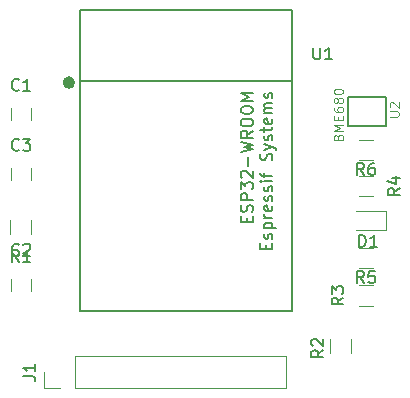
<source format=gto>
G04 #@! TF.FileFunction,Legend,Top*
%FSLAX46Y46*%
G04 Gerber Fmt 4.6, Leading zero omitted, Abs format (unit mm)*
G04 Created by KiCad (PCBNEW 4.0.7) date Thursday, February 01, 2018 'PMt' 05:23:04 PM*
%MOMM*%
%LPD*%
G01*
G04 APERTURE LIST*
%ADD10C,0.100000*%
%ADD11C,0.127000*%
%ADD12C,0.120000*%
%ADD13C,0.500000*%
%ADD14C,0.150000*%
%ADD15C,0.050000*%
G04 APERTURE END LIST*
D10*
D11*
X134436000Y-93022000D02*
X131236000Y-93022000D01*
X131236000Y-93022000D02*
X131236000Y-95522000D01*
X131236000Y-95522000D02*
X134436000Y-95522000D01*
X134436000Y-95522000D02*
X134436000Y-93022000D01*
D12*
X132115000Y-99704000D02*
X133315000Y-99704000D01*
X133315000Y-101464000D02*
X132115000Y-101464000D01*
X134442000Y-104305000D02*
X134442000Y-102705000D01*
X134442000Y-102705000D02*
X131842000Y-102705000D01*
X134442000Y-104305000D02*
X131842000Y-104305000D01*
X132115000Y-108975000D02*
X133315000Y-108975000D01*
X133315000Y-110735000D02*
X132115000Y-110735000D01*
X131436000Y-113512000D02*
X131436000Y-114712000D01*
X129676000Y-114712000D02*
X129676000Y-113512000D01*
D13*
X107852981Y-91821000D02*
G75*
G03X107852981Y-91821000I-283981J0D01*
G01*
D14*
X126475000Y-91675000D02*
X108475000Y-91675000D01*
X108475000Y-85675000D02*
X108475000Y-111175000D01*
X126475000Y-85675000D02*
X126475000Y-111175000D01*
X126475000Y-111175000D02*
X108475000Y-111175000D01*
X126475000Y-85675000D02*
X108475000Y-85675000D01*
D12*
X104385000Y-103413000D02*
X104385000Y-104613000D01*
X102625000Y-104613000D02*
X102625000Y-103413000D01*
X102655000Y-108466000D02*
X102655000Y-109466000D01*
X104355000Y-109466000D02*
X104355000Y-108466000D01*
X108077000Y-117662000D02*
X125917000Y-117662000D01*
X125917000Y-117662000D02*
X125917000Y-115002000D01*
X125917000Y-115002000D02*
X108077000Y-115002000D01*
X108077000Y-115002000D02*
X108077000Y-117662000D01*
X106807000Y-117662000D02*
X105477000Y-117662000D01*
X105477000Y-117662000D02*
X105477000Y-116332000D01*
X102655000Y-93988000D02*
X102655000Y-94988000D01*
X104355000Y-94988000D02*
X104355000Y-93988000D01*
X102655000Y-99068000D02*
X102655000Y-100068000D01*
X104355000Y-100068000D02*
X104355000Y-99068000D01*
X132115000Y-105800000D02*
X133315000Y-105800000D01*
X133315000Y-107560000D02*
X132115000Y-107560000D01*
X132115000Y-96656000D02*
X133315000Y-96656000D01*
X133315000Y-98416000D02*
X132115000Y-98416000D01*
D15*
X134718209Y-94713886D02*
X135357690Y-94713886D01*
X135432923Y-94676270D01*
X135470540Y-94638653D01*
X135508156Y-94563420D01*
X135508156Y-94412954D01*
X135470540Y-94337721D01*
X135432923Y-94300105D01*
X135357690Y-94262488D01*
X134718209Y-94262488D01*
X134793443Y-93923939D02*
X134755826Y-93886322D01*
X134718209Y-93811089D01*
X134718209Y-93623007D01*
X134755826Y-93547774D01*
X134793443Y-93510157D01*
X134868676Y-93472541D01*
X134943909Y-93472541D01*
X135056758Y-93510157D01*
X135508156Y-93961555D01*
X135508156Y-93472541D01*
X130364412Y-96423243D02*
X130402024Y-96310408D01*
X130439635Y-96272796D01*
X130514859Y-96235185D01*
X130627694Y-96235185D01*
X130702917Y-96272796D01*
X130740529Y-96310408D01*
X130778140Y-96385631D01*
X130778140Y-96686525D01*
X129988295Y-96686525D01*
X129988295Y-96423243D01*
X130025907Y-96348020D01*
X130063519Y-96310408D01*
X130138742Y-96272796D01*
X130213965Y-96272796D01*
X130289189Y-96310408D01*
X130326800Y-96348020D01*
X130364412Y-96423243D01*
X130364412Y-96686525D01*
X130778140Y-95896680D02*
X129988295Y-95896680D01*
X130552470Y-95633398D01*
X129988295Y-95370116D01*
X130778140Y-95370116D01*
X130364412Y-94994000D02*
X130364412Y-94730718D01*
X130778140Y-94617883D02*
X130778140Y-94994000D01*
X129988295Y-94994000D01*
X129988295Y-94617883D01*
X129988295Y-93940873D02*
X129988295Y-94091319D01*
X130025907Y-94166543D01*
X130063519Y-94204154D01*
X130176354Y-94279378D01*
X130326800Y-94316989D01*
X130627694Y-94316989D01*
X130702917Y-94279378D01*
X130740529Y-94241766D01*
X130778140Y-94166543D01*
X130778140Y-94016096D01*
X130740529Y-93940873D01*
X130702917Y-93903261D01*
X130627694Y-93865649D01*
X130439635Y-93865649D01*
X130364412Y-93903261D01*
X130326800Y-93940873D01*
X130289189Y-94016096D01*
X130289189Y-94166543D01*
X130326800Y-94241766D01*
X130364412Y-94279378D01*
X130439635Y-94316989D01*
X130326800Y-93414310D02*
X130289189Y-93489533D01*
X130251577Y-93527145D01*
X130176354Y-93564756D01*
X130138742Y-93564756D01*
X130063519Y-93527145D01*
X130025907Y-93489533D01*
X129988295Y-93414310D01*
X129988295Y-93263863D01*
X130025907Y-93188640D01*
X130063519Y-93151028D01*
X130138742Y-93113416D01*
X130176354Y-93113416D01*
X130251577Y-93151028D01*
X130289189Y-93188640D01*
X130326800Y-93263863D01*
X130326800Y-93414310D01*
X130364412Y-93489533D01*
X130402024Y-93527145D01*
X130477247Y-93564756D01*
X130627694Y-93564756D01*
X130702917Y-93527145D01*
X130740529Y-93489533D01*
X130778140Y-93414310D01*
X130778140Y-93263863D01*
X130740529Y-93188640D01*
X130702917Y-93151028D01*
X130627694Y-93113416D01*
X130477247Y-93113416D01*
X130402024Y-93151028D01*
X130364412Y-93188640D01*
X130326800Y-93263863D01*
X129988295Y-92624465D02*
X129988295Y-92549242D01*
X130025907Y-92474018D01*
X130063519Y-92436407D01*
X130138742Y-92398795D01*
X130289189Y-92361183D01*
X130477247Y-92361183D01*
X130627694Y-92398795D01*
X130702917Y-92436407D01*
X130740529Y-92474018D01*
X130778140Y-92549242D01*
X130778140Y-92624465D01*
X130740529Y-92699688D01*
X130702917Y-92737300D01*
X130627694Y-92774912D01*
X130477247Y-92812523D01*
X130289189Y-92812523D01*
X130138742Y-92774912D01*
X130063519Y-92737300D01*
X130025907Y-92699688D01*
X129988295Y-92624465D01*
D14*
X135580381Y-100750666D02*
X135104190Y-101084000D01*
X135580381Y-101322095D02*
X134580381Y-101322095D01*
X134580381Y-100941142D01*
X134628000Y-100845904D01*
X134675619Y-100798285D01*
X134770857Y-100750666D01*
X134913714Y-100750666D01*
X135008952Y-100798285D01*
X135056571Y-100845904D01*
X135104190Y-100941142D01*
X135104190Y-101322095D01*
X134913714Y-99893523D02*
X135580381Y-99893523D01*
X134532762Y-100131619D02*
X135247048Y-100369714D01*
X135247048Y-99750666D01*
X132137905Y-105735381D02*
X132137905Y-104735381D01*
X132376000Y-104735381D01*
X132518858Y-104783000D01*
X132614096Y-104878238D01*
X132661715Y-104973476D01*
X132709334Y-105163952D01*
X132709334Y-105306810D01*
X132661715Y-105497286D01*
X132614096Y-105592524D01*
X132518858Y-105687762D01*
X132376000Y-105735381D01*
X132137905Y-105735381D01*
X133661715Y-105735381D02*
X133090286Y-105735381D01*
X133376000Y-105735381D02*
X133376000Y-104735381D01*
X133280762Y-104878238D01*
X133185524Y-104973476D01*
X133090286Y-105021095D01*
X130815381Y-110021666D02*
X130339190Y-110355000D01*
X130815381Y-110593095D02*
X129815381Y-110593095D01*
X129815381Y-110212142D01*
X129863000Y-110116904D01*
X129910619Y-110069285D01*
X130005857Y-110021666D01*
X130148714Y-110021666D01*
X130243952Y-110069285D01*
X130291571Y-110116904D01*
X130339190Y-110212142D01*
X130339190Y-110593095D01*
X129815381Y-109688333D02*
X129815381Y-109069285D01*
X130196333Y-109402619D01*
X130196333Y-109259761D01*
X130243952Y-109164523D01*
X130291571Y-109116904D01*
X130386810Y-109069285D01*
X130624905Y-109069285D01*
X130720143Y-109116904D01*
X130767762Y-109164523D01*
X130815381Y-109259761D01*
X130815381Y-109545476D01*
X130767762Y-109640714D01*
X130720143Y-109688333D01*
X129103381Y-114466666D02*
X128627190Y-114800000D01*
X129103381Y-115038095D02*
X128103381Y-115038095D01*
X128103381Y-114657142D01*
X128151000Y-114561904D01*
X128198619Y-114514285D01*
X128293857Y-114466666D01*
X128436714Y-114466666D01*
X128531952Y-114514285D01*
X128579571Y-114561904D01*
X128627190Y-114657142D01*
X128627190Y-115038095D01*
X128198619Y-114085714D02*
X128151000Y-114038095D01*
X128103381Y-113942857D01*
X128103381Y-113704761D01*
X128151000Y-113609523D01*
X128198619Y-113561904D01*
X128293857Y-113514285D01*
X128389095Y-113514285D01*
X128531952Y-113561904D01*
X129103381Y-114133333D01*
X129103381Y-113514285D01*
X128270095Y-88860381D02*
X128270095Y-89669905D01*
X128317714Y-89765143D01*
X128365333Y-89812762D01*
X128460571Y-89860381D01*
X128651048Y-89860381D01*
X128746286Y-89812762D01*
X128793905Y-89765143D01*
X128841524Y-89669905D01*
X128841524Y-88860381D01*
X129841524Y-89860381D02*
X129270095Y-89860381D01*
X129555809Y-89860381D02*
X129555809Y-88860381D01*
X129460571Y-89003238D01*
X129365333Y-89098476D01*
X129270095Y-89146095D01*
X124261571Y-105885430D02*
X124261571Y-105552096D01*
X124785381Y-105409239D02*
X124785381Y-105885430D01*
X123785381Y-105885430D01*
X123785381Y-105409239D01*
X124737762Y-105028287D02*
X124785381Y-104933049D01*
X124785381Y-104742573D01*
X124737762Y-104647334D01*
X124642524Y-104599715D01*
X124594905Y-104599715D01*
X124499667Y-104647334D01*
X124452048Y-104742573D01*
X124452048Y-104885430D01*
X124404429Y-104980668D01*
X124309190Y-105028287D01*
X124261571Y-105028287D01*
X124166333Y-104980668D01*
X124118714Y-104885430D01*
X124118714Y-104742573D01*
X124166333Y-104647334D01*
X124118714Y-104171144D02*
X125118714Y-104171144D01*
X124166333Y-104171144D02*
X124118714Y-104075906D01*
X124118714Y-103885429D01*
X124166333Y-103790191D01*
X124213952Y-103742572D01*
X124309190Y-103694953D01*
X124594905Y-103694953D01*
X124690143Y-103742572D01*
X124737762Y-103790191D01*
X124785381Y-103885429D01*
X124785381Y-104075906D01*
X124737762Y-104171144D01*
X124785381Y-103266382D02*
X124118714Y-103266382D01*
X124309190Y-103266382D02*
X124213952Y-103218763D01*
X124166333Y-103171144D01*
X124118714Y-103075906D01*
X124118714Y-102980667D01*
X124737762Y-102266381D02*
X124785381Y-102361619D01*
X124785381Y-102552096D01*
X124737762Y-102647334D01*
X124642524Y-102694953D01*
X124261571Y-102694953D01*
X124166333Y-102647334D01*
X124118714Y-102552096D01*
X124118714Y-102361619D01*
X124166333Y-102266381D01*
X124261571Y-102218762D01*
X124356810Y-102218762D01*
X124452048Y-102694953D01*
X124737762Y-101837810D02*
X124785381Y-101742572D01*
X124785381Y-101552096D01*
X124737762Y-101456857D01*
X124642524Y-101409238D01*
X124594905Y-101409238D01*
X124499667Y-101456857D01*
X124452048Y-101552096D01*
X124452048Y-101694953D01*
X124404429Y-101790191D01*
X124309190Y-101837810D01*
X124261571Y-101837810D01*
X124166333Y-101790191D01*
X124118714Y-101694953D01*
X124118714Y-101552096D01*
X124166333Y-101456857D01*
X124737762Y-101028286D02*
X124785381Y-100933048D01*
X124785381Y-100742572D01*
X124737762Y-100647333D01*
X124642524Y-100599714D01*
X124594905Y-100599714D01*
X124499667Y-100647333D01*
X124452048Y-100742572D01*
X124452048Y-100885429D01*
X124404429Y-100980667D01*
X124309190Y-101028286D01*
X124261571Y-101028286D01*
X124166333Y-100980667D01*
X124118714Y-100885429D01*
X124118714Y-100742572D01*
X124166333Y-100647333D01*
X124785381Y-100171143D02*
X124118714Y-100171143D01*
X123785381Y-100171143D02*
X123833000Y-100218762D01*
X123880619Y-100171143D01*
X123833000Y-100123524D01*
X123785381Y-100171143D01*
X123880619Y-100171143D01*
X124118714Y-99837810D02*
X124118714Y-99456858D01*
X124785381Y-99694953D02*
X123928238Y-99694953D01*
X123833000Y-99647334D01*
X123785381Y-99552096D01*
X123785381Y-99456858D01*
X124737762Y-98409238D02*
X124785381Y-98266381D01*
X124785381Y-98028285D01*
X124737762Y-97933047D01*
X124690143Y-97885428D01*
X124594905Y-97837809D01*
X124499667Y-97837809D01*
X124404429Y-97885428D01*
X124356810Y-97933047D01*
X124309190Y-98028285D01*
X124261571Y-98218762D01*
X124213952Y-98314000D01*
X124166333Y-98361619D01*
X124071095Y-98409238D01*
X123975857Y-98409238D01*
X123880619Y-98361619D01*
X123833000Y-98314000D01*
X123785381Y-98218762D01*
X123785381Y-97980666D01*
X123833000Y-97837809D01*
X124118714Y-97504476D02*
X124785381Y-97266381D01*
X124118714Y-97028285D02*
X124785381Y-97266381D01*
X125023476Y-97361619D01*
X125071095Y-97409238D01*
X125118714Y-97504476D01*
X124737762Y-96694952D02*
X124785381Y-96599714D01*
X124785381Y-96409238D01*
X124737762Y-96313999D01*
X124642524Y-96266380D01*
X124594905Y-96266380D01*
X124499667Y-96313999D01*
X124452048Y-96409238D01*
X124452048Y-96552095D01*
X124404429Y-96647333D01*
X124309190Y-96694952D01*
X124261571Y-96694952D01*
X124166333Y-96647333D01*
X124118714Y-96552095D01*
X124118714Y-96409238D01*
X124166333Y-96313999D01*
X124118714Y-95980666D02*
X124118714Y-95599714D01*
X123785381Y-95837809D02*
X124642524Y-95837809D01*
X124737762Y-95790190D01*
X124785381Y-95694952D01*
X124785381Y-95599714D01*
X124737762Y-94885427D02*
X124785381Y-94980665D01*
X124785381Y-95171142D01*
X124737762Y-95266380D01*
X124642524Y-95313999D01*
X124261571Y-95313999D01*
X124166333Y-95266380D01*
X124118714Y-95171142D01*
X124118714Y-94980665D01*
X124166333Y-94885427D01*
X124261571Y-94837808D01*
X124356810Y-94837808D01*
X124452048Y-95313999D01*
X124785381Y-94409237D02*
X124118714Y-94409237D01*
X124213952Y-94409237D02*
X124166333Y-94361618D01*
X124118714Y-94266380D01*
X124118714Y-94123522D01*
X124166333Y-94028284D01*
X124261571Y-93980665D01*
X124785381Y-93980665D01*
X124261571Y-93980665D02*
X124166333Y-93933046D01*
X124118714Y-93837808D01*
X124118714Y-93694951D01*
X124166333Y-93599713D01*
X124261571Y-93552094D01*
X124785381Y-93552094D01*
X124737762Y-93123523D02*
X124785381Y-93028285D01*
X124785381Y-92837809D01*
X124737762Y-92742570D01*
X124642524Y-92694951D01*
X124594905Y-92694951D01*
X124499667Y-92742570D01*
X124452048Y-92837809D01*
X124452048Y-92980666D01*
X124404429Y-93075904D01*
X124309190Y-93123523D01*
X124261571Y-93123523D01*
X124166333Y-93075904D01*
X124118714Y-92980666D01*
X124118714Y-92837809D01*
X124166333Y-92742570D01*
X122610571Y-103623381D02*
X122610571Y-103290047D01*
X123134381Y-103147190D02*
X123134381Y-103623381D01*
X122134381Y-103623381D01*
X122134381Y-103147190D01*
X123086762Y-102766238D02*
X123134381Y-102623381D01*
X123134381Y-102385285D01*
X123086762Y-102290047D01*
X123039143Y-102242428D01*
X122943905Y-102194809D01*
X122848667Y-102194809D01*
X122753429Y-102242428D01*
X122705810Y-102290047D01*
X122658190Y-102385285D01*
X122610571Y-102575762D01*
X122562952Y-102671000D01*
X122515333Y-102718619D01*
X122420095Y-102766238D01*
X122324857Y-102766238D01*
X122229619Y-102718619D01*
X122182000Y-102671000D01*
X122134381Y-102575762D01*
X122134381Y-102337666D01*
X122182000Y-102194809D01*
X123134381Y-101766238D02*
X122134381Y-101766238D01*
X122134381Y-101385285D01*
X122182000Y-101290047D01*
X122229619Y-101242428D01*
X122324857Y-101194809D01*
X122467714Y-101194809D01*
X122562952Y-101242428D01*
X122610571Y-101290047D01*
X122658190Y-101385285D01*
X122658190Y-101766238D01*
X122134381Y-100861476D02*
X122134381Y-100242428D01*
X122515333Y-100575762D01*
X122515333Y-100432904D01*
X122562952Y-100337666D01*
X122610571Y-100290047D01*
X122705810Y-100242428D01*
X122943905Y-100242428D01*
X123039143Y-100290047D01*
X123086762Y-100337666D01*
X123134381Y-100432904D01*
X123134381Y-100718619D01*
X123086762Y-100813857D01*
X123039143Y-100861476D01*
X122229619Y-99861476D02*
X122182000Y-99813857D01*
X122134381Y-99718619D01*
X122134381Y-99480523D01*
X122182000Y-99385285D01*
X122229619Y-99337666D01*
X122324857Y-99290047D01*
X122420095Y-99290047D01*
X122562952Y-99337666D01*
X123134381Y-99909095D01*
X123134381Y-99290047D01*
X122753429Y-98861476D02*
X122753429Y-98099571D01*
X122134381Y-97718619D02*
X123134381Y-97480524D01*
X122420095Y-97290047D01*
X123134381Y-97099571D01*
X122134381Y-96861476D01*
X123134381Y-95909095D02*
X122658190Y-96242429D01*
X123134381Y-96480524D02*
X122134381Y-96480524D01*
X122134381Y-96099571D01*
X122182000Y-96004333D01*
X122229619Y-95956714D01*
X122324857Y-95909095D01*
X122467714Y-95909095D01*
X122562952Y-95956714D01*
X122610571Y-96004333D01*
X122658190Y-96099571D01*
X122658190Y-96480524D01*
X122134381Y-95290048D02*
X122134381Y-95099571D01*
X122182000Y-95004333D01*
X122277238Y-94909095D01*
X122467714Y-94861476D01*
X122801048Y-94861476D01*
X122991524Y-94909095D01*
X123086762Y-95004333D01*
X123134381Y-95099571D01*
X123134381Y-95290048D01*
X123086762Y-95385286D01*
X122991524Y-95480524D01*
X122801048Y-95528143D01*
X122467714Y-95528143D01*
X122277238Y-95480524D01*
X122182000Y-95385286D01*
X122134381Y-95290048D01*
X122134381Y-94242429D02*
X122134381Y-94051952D01*
X122182000Y-93956714D01*
X122277238Y-93861476D01*
X122467714Y-93813857D01*
X122801048Y-93813857D01*
X122991524Y-93861476D01*
X123086762Y-93956714D01*
X123134381Y-94051952D01*
X123134381Y-94242429D01*
X123086762Y-94337667D01*
X122991524Y-94432905D01*
X122801048Y-94480524D01*
X122467714Y-94480524D01*
X122277238Y-94432905D01*
X122182000Y-94337667D01*
X122134381Y-94242429D01*
X123134381Y-93385286D02*
X122134381Y-93385286D01*
X122848667Y-93051952D01*
X122134381Y-92718619D01*
X123134381Y-92718619D01*
X103338334Y-107005381D02*
X103005000Y-106529190D01*
X102766905Y-107005381D02*
X102766905Y-106005381D01*
X103147858Y-106005381D01*
X103243096Y-106053000D01*
X103290715Y-106100619D01*
X103338334Y-106195857D01*
X103338334Y-106338714D01*
X103290715Y-106433952D01*
X103243096Y-106481571D01*
X103147858Y-106529190D01*
X102766905Y-106529190D01*
X104290715Y-107005381D02*
X103719286Y-107005381D01*
X104005000Y-107005381D02*
X104005000Y-106005381D01*
X103909762Y-106148238D01*
X103814524Y-106243476D01*
X103719286Y-106291095D01*
X103338334Y-106386143D02*
X103290715Y-106433762D01*
X103147858Y-106481381D01*
X103052620Y-106481381D01*
X102909762Y-106433762D01*
X102814524Y-106338524D01*
X102766905Y-106243286D01*
X102719286Y-106052810D01*
X102719286Y-105909952D01*
X102766905Y-105719476D01*
X102814524Y-105624238D01*
X102909762Y-105529000D01*
X103052620Y-105481381D01*
X103147858Y-105481381D01*
X103290715Y-105529000D01*
X103338334Y-105576619D01*
X103719286Y-105576619D02*
X103766905Y-105529000D01*
X103862143Y-105481381D01*
X104100239Y-105481381D01*
X104195477Y-105529000D01*
X104243096Y-105576619D01*
X104290715Y-105671857D01*
X104290715Y-105767095D01*
X104243096Y-105909952D01*
X103671667Y-106481381D01*
X104290715Y-106481381D01*
X103719381Y-116665333D02*
X104433667Y-116665333D01*
X104576524Y-116712953D01*
X104671762Y-116808191D01*
X104719381Y-116951048D01*
X104719381Y-117046286D01*
X104719381Y-115665333D02*
X104719381Y-116236762D01*
X104719381Y-115951048D02*
X103719381Y-115951048D01*
X103862238Y-116046286D01*
X103957476Y-116141524D01*
X104005095Y-116236762D01*
X103338334Y-92416143D02*
X103290715Y-92463762D01*
X103147858Y-92511381D01*
X103052620Y-92511381D01*
X102909762Y-92463762D01*
X102814524Y-92368524D01*
X102766905Y-92273286D01*
X102719286Y-92082810D01*
X102719286Y-91939952D01*
X102766905Y-91749476D01*
X102814524Y-91654238D01*
X102909762Y-91559000D01*
X103052620Y-91511381D01*
X103147858Y-91511381D01*
X103290715Y-91559000D01*
X103338334Y-91606619D01*
X104290715Y-92511381D02*
X103719286Y-92511381D01*
X104005000Y-92511381D02*
X104005000Y-91511381D01*
X103909762Y-91654238D01*
X103814524Y-91749476D01*
X103719286Y-91797095D01*
X103338334Y-97496143D02*
X103290715Y-97543762D01*
X103147858Y-97591381D01*
X103052620Y-97591381D01*
X102909762Y-97543762D01*
X102814524Y-97448524D01*
X102766905Y-97353286D01*
X102719286Y-97162810D01*
X102719286Y-97019952D01*
X102766905Y-96829476D01*
X102814524Y-96734238D01*
X102909762Y-96639000D01*
X103052620Y-96591381D01*
X103147858Y-96591381D01*
X103290715Y-96639000D01*
X103338334Y-96686619D01*
X103671667Y-96591381D02*
X104290715Y-96591381D01*
X103957381Y-96972333D01*
X104100239Y-96972333D01*
X104195477Y-97019952D01*
X104243096Y-97067571D01*
X104290715Y-97162810D01*
X104290715Y-97400905D01*
X104243096Y-97496143D01*
X104195477Y-97543762D01*
X104100239Y-97591381D01*
X103814524Y-97591381D01*
X103719286Y-97543762D01*
X103671667Y-97496143D01*
X132548334Y-108782381D02*
X132215000Y-108306190D01*
X131976905Y-108782381D02*
X131976905Y-107782381D01*
X132357858Y-107782381D01*
X132453096Y-107830000D01*
X132500715Y-107877619D01*
X132548334Y-107972857D01*
X132548334Y-108115714D01*
X132500715Y-108210952D01*
X132453096Y-108258571D01*
X132357858Y-108306190D01*
X131976905Y-108306190D01*
X133453096Y-107782381D02*
X132976905Y-107782381D01*
X132929286Y-108258571D01*
X132976905Y-108210952D01*
X133072143Y-108163333D01*
X133310239Y-108163333D01*
X133405477Y-108210952D01*
X133453096Y-108258571D01*
X133500715Y-108353810D01*
X133500715Y-108591905D01*
X133453096Y-108687143D01*
X133405477Y-108734762D01*
X133310239Y-108782381D01*
X133072143Y-108782381D01*
X132976905Y-108734762D01*
X132929286Y-108687143D01*
X132548334Y-99638381D02*
X132215000Y-99162190D01*
X131976905Y-99638381D02*
X131976905Y-98638381D01*
X132357858Y-98638381D01*
X132453096Y-98686000D01*
X132500715Y-98733619D01*
X132548334Y-98828857D01*
X132548334Y-98971714D01*
X132500715Y-99066952D01*
X132453096Y-99114571D01*
X132357858Y-99162190D01*
X131976905Y-99162190D01*
X133405477Y-98638381D02*
X133215000Y-98638381D01*
X133119762Y-98686000D01*
X133072143Y-98733619D01*
X132976905Y-98876476D01*
X132929286Y-99066952D01*
X132929286Y-99447905D01*
X132976905Y-99543143D01*
X133024524Y-99590762D01*
X133119762Y-99638381D01*
X133310239Y-99638381D01*
X133405477Y-99590762D01*
X133453096Y-99543143D01*
X133500715Y-99447905D01*
X133500715Y-99209810D01*
X133453096Y-99114571D01*
X133405477Y-99066952D01*
X133310239Y-99019333D01*
X133119762Y-99019333D01*
X133024524Y-99066952D01*
X132976905Y-99114571D01*
X132929286Y-99209810D01*
M02*

</source>
